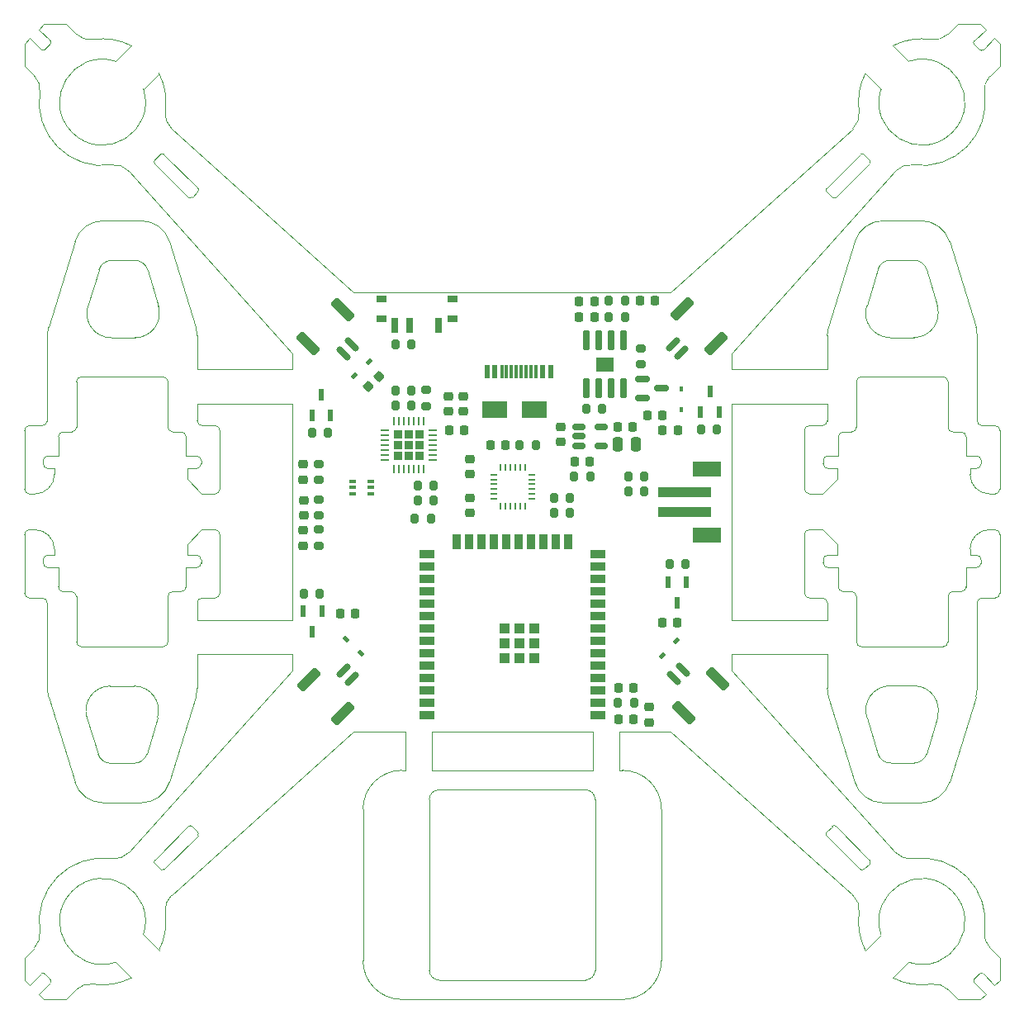
<source format=gtp>
G04 #@! TF.GenerationSoftware,KiCad,Pcbnew,8.99.0-1558-g48f6f837a1*
G04 #@! TF.CreationDate,2024-07-10T16:23:39+03:00*
G04 #@! TF.ProjectId,ESP32 drone,45535033-3220-4647-926f-6e652e6b6963,rev?*
G04 #@! TF.SameCoordinates,Original*
G04 #@! TF.FileFunction,Paste,Top*
G04 #@! TF.FilePolarity,Positive*
%FSLAX46Y46*%
G04 Gerber Fmt 4.6, Leading zero omitted, Abs format (unit mm)*
G04 Created by KiCad (PCBNEW 8.99.0-1558-g48f6f837a1) date 2024-07-10 16:23:39*
%MOMM*%
%LPD*%
G01*
G04 APERTURE LIST*
G04 Aperture macros list*
%AMRoundRect*
0 Rectangle with rounded corners*
0 $1 Rounding radius*
0 $2 $3 $4 $5 $6 $7 $8 $9 X,Y pos of 4 corners*
0 Add a 4 corners polygon primitive as box body*
4,1,4,$2,$3,$4,$5,$6,$7,$8,$9,$2,$3,0*
0 Add four circle primitives for the rounded corners*
1,1,$1+$1,$2,$3*
1,1,$1+$1,$4,$5*
1,1,$1+$1,$6,$7*
1,1,$1+$1,$8,$9*
0 Add four rect primitives between the rounded corners*
20,1,$1+$1,$2,$3,$4,$5,0*
20,1,$1+$1,$4,$5,$6,$7,0*
20,1,$1+$1,$6,$7,$8,$9,0*
20,1,$1+$1,$8,$9,$2,$3,0*%
%AMRotRect*
0 Rectangle, with rotation*
0 The origin of the aperture is its center*
0 $1 length*
0 $2 width*
0 $3 Rotation angle, in degrees counterclockwise*
0 Add horizontal line*
21,1,$1,$2,0,0,$3*%
G04 Aperture macros list end*
%ADD10C,0.010000*%
%ADD11RoundRect,0.200000X-0.275000X0.200000X-0.275000X-0.200000X0.275000X-0.200000X0.275000X0.200000X0*%
%ADD12R,0.600000X1.300000*%
%ADD13RoundRect,0.225000X0.250000X-0.225000X0.250000X0.225000X-0.250000X0.225000X-0.250000X-0.225000X0*%
%ADD14RoundRect,0.200000X0.200000X0.275000X-0.200000X0.275000X-0.200000X-0.275000X0.200000X-0.275000X0*%
%ADD15RoundRect,0.200000X-0.200000X-0.275000X0.200000X-0.275000X0.200000X0.275000X-0.200000X0.275000X0*%
%ADD16RoundRect,0.250000X-0.250000X-0.475000X0.250000X-0.475000X0.250000X0.475000X-0.250000X0.475000X0*%
%ADD17R,0.600000X1.450000*%
%ADD18R,0.300000X1.450000*%
%ADD19R,0.650000X0.400000*%
%ADD20R,0.790000X0.280000*%
%ADD21R,0.280000X0.790000*%
%ADD22RoundRect,0.218750X0.218750X0.256250X-0.218750X0.256250X-0.218750X-0.256250X0.218750X-0.256250X0*%
%ADD23RoundRect,0.225000X-0.225000X-0.250000X0.225000X-0.250000X0.225000X0.250000X-0.225000X0.250000X0*%
%ADD24RoundRect,0.218750X0.256250X-0.218750X0.256250X0.218750X-0.256250X0.218750X-0.256250X-0.218750X0*%
%ADD25RoundRect,0.218750X-0.218750X-0.256250X0.218750X-0.256250X0.218750X0.256250X-0.218750X0.256250X0*%
%ADD26RoundRect,0.225000X0.225000X0.225000X-0.225000X0.225000X-0.225000X-0.225000X0.225000X-0.225000X0*%
%ADD27RoundRect,0.062500X0.337500X0.062500X-0.337500X0.062500X-0.337500X-0.062500X0.337500X-0.062500X0*%
%ADD28RoundRect,0.062500X0.062500X0.337500X-0.062500X0.337500X-0.062500X-0.337500X0.062500X-0.337500X0*%
%ADD29R,1.500000X0.900000*%
%ADD30R,0.900000X1.500000*%
%ADD31R,1.050000X1.050000*%
%ADD32RoundRect,0.225000X0.225000X0.250000X-0.225000X0.250000X-0.225000X-0.250000X0.225000X-0.250000X0*%
%ADD33R,0.700000X1.500000*%
%ADD34R,1.000000X0.800000*%
%ADD35RotRect,0.600000X0.450000X45.000000*%
%ADD36RoundRect,0.200000X0.275000X-0.200000X0.275000X0.200000X-0.275000X0.200000X-0.275000X-0.200000X0*%
%ADD37RoundRect,0.225000X-0.017678X0.335876X-0.335876X0.017678X0.017678X-0.335876X0.335876X-0.017678X0*%
%ADD38RoundRect,0.150000X-0.388909X0.601041X-0.601041X0.388909X0.388909X-0.601041X0.601041X-0.388909X0*%
%ADD39RoundRect,0.250000X-0.601041X0.954594X-0.954594X0.601041X0.601041X-0.954594X0.954594X-0.601041X0*%
%ADD40RotRect,0.600000X0.450000X225.000000*%
%ADD41RoundRect,0.150000X0.388909X-0.601041X0.601041X-0.388909X-0.388909X0.601041X-0.601041X0.388909X0*%
%ADD42RoundRect,0.250000X0.601041X-0.954594X0.954594X-0.601041X-0.601041X0.954594X-0.954594X0.601041X0*%
%ADD43R,0.450000X0.600000*%
%ADD44R,5.500000X1.000000*%
%ADD45R,3.000000X1.600000*%
%ADD46RoundRect,0.150000X-0.512500X-0.150000X0.512500X-0.150000X0.512500X0.150000X-0.512500X0.150000X0*%
%ADD47R,2.500000X1.800000*%
%ADD48RoundRect,0.225000X-0.250000X0.225000X-0.250000X-0.225000X0.250000X-0.225000X0.250000X0.225000X0*%
%ADD49RoundRect,0.075000X0.225000X-0.910000X0.225000X0.910000X-0.225000X0.910000X-0.225000X-0.910000X0*%
%ADD50RoundRect,0.150000X0.601041X0.388909X0.388909X0.601041X-0.601041X-0.388909X-0.388909X-0.601041X0*%
%ADD51RoundRect,0.250000X0.954594X0.601041X0.601041X0.954594X-0.954594X-0.601041X-0.601041X-0.954594X0*%
%ADD52RoundRect,0.150000X-0.587500X-0.150000X0.587500X-0.150000X0.587500X0.150000X-0.587500X0.150000X0*%
%ADD53RoundRect,0.150000X-0.601041X-0.388909X-0.388909X-0.601041X0.601041X0.388909X0.388909X0.601041X0*%
%ADD54RoundRect,0.250000X-0.954594X-0.601041X-0.601041X-0.954594X0.954594X0.601041X0.601041X0.954594X0*%
%ADD55RotRect,0.600000X0.450000X135.000000*%
G04 #@! TA.AperFunction,Profile*
%ADD56C,0.025400*%
G04 #@! TD*
G04 APERTURE END LIST*
D10*
X141181670Y-72020270D02*
X139541670Y-72020270D01*
X139541670Y-70730270D01*
X141181670Y-70730270D01*
X141181670Y-72020270D01*
G36*
X141181670Y-72020270D02*
G01*
X139541670Y-72020270D01*
X139541670Y-70730270D01*
X141181670Y-70730270D01*
X141181670Y-72020270D01*
G37*
D11*
X111080550Y-85228930D03*
X111080550Y-86878930D03*
D12*
X111361260Y-96722220D03*
X109461260Y-96722220D03*
X110411260Y-98822220D03*
D13*
X124376180Y-76210460D03*
X124376180Y-74660460D03*
X144890490Y-108087460D03*
X144890490Y-106537460D03*
D14*
X140107170Y-75932030D03*
X138457170Y-75932030D03*
D15*
X135152630Y-85096350D03*
X136802630Y-85096350D03*
D13*
X126579630Y-86652400D03*
X126579630Y-85102400D03*
D11*
X111080550Y-88329000D03*
X111080550Y-89979000D03*
D14*
X120589810Y-75618340D03*
X118939810Y-75618340D03*
D16*
X141715450Y-79564230D03*
X143615450Y-79564230D03*
D14*
X143402820Y-106112310D03*
X141752820Y-106112310D03*
X133313940Y-79641700D03*
X131663940Y-79641700D03*
D17*
X134820730Y-72169070D03*
X134020730Y-72169070D03*
D18*
X132820730Y-72169070D03*
X131820730Y-72169070D03*
X131320730Y-72169070D03*
X130320730Y-72169070D03*
D17*
X129120730Y-72169070D03*
X128320730Y-72169070D03*
X128320730Y-72169070D03*
X129120730Y-72169070D03*
D18*
X129820730Y-72169070D03*
X130820730Y-72169070D03*
X132320730Y-72169070D03*
X133320730Y-72169070D03*
D17*
X134020730Y-72169070D03*
X134820730Y-72169070D03*
D14*
X122539260Y-87236300D03*
X120889260Y-87236300D03*
D19*
X114501890Y-83374470D03*
X114501890Y-84024470D03*
X114501890Y-84674470D03*
X116401890Y-84674470D03*
X116401890Y-84024470D03*
X116401890Y-83374470D03*
D20*
X132930940Y-85185420D03*
X132930940Y-84685420D03*
X132930940Y-84185420D03*
X132930940Y-83685420D03*
X132930940Y-83185420D03*
X132930940Y-82685420D03*
D21*
X132210940Y-81965420D03*
X131710940Y-81965420D03*
X131210940Y-81965420D03*
X130710940Y-81965420D03*
X130210940Y-81965420D03*
X129710940Y-81965420D03*
D20*
X128990940Y-82685420D03*
X128990940Y-83185420D03*
X128990940Y-83685420D03*
X128990940Y-84185420D03*
X128990940Y-84685420D03*
X128990940Y-85185420D03*
D21*
X129710940Y-85905420D03*
X130210940Y-85905420D03*
X130710940Y-85905420D03*
X131210940Y-85905420D03*
X131710940Y-85905420D03*
X132210940Y-85905420D03*
D22*
X139334660Y-66513710D03*
X137759660Y-66513710D03*
D23*
X141684710Y-77800200D03*
X143234710Y-77800200D03*
D24*
X109495590Y-83200340D03*
X109495590Y-81625340D03*
D25*
X143970910Y-64886840D03*
X145545910Y-64886840D03*
D26*
X121399160Y-80784560D03*
X121399160Y-79664560D03*
X121399160Y-78544560D03*
X120279160Y-80784560D03*
X120279160Y-79664560D03*
X120279160Y-78544560D03*
X119159160Y-80784560D03*
X119159160Y-79664560D03*
X119159160Y-78544560D03*
D27*
X122729160Y-81164560D03*
X122729160Y-80664560D03*
X122729160Y-80164560D03*
X122729160Y-79664560D03*
X122729160Y-79164560D03*
X122729160Y-78664560D03*
X122729160Y-78164560D03*
D28*
X121779160Y-77214560D03*
X121279160Y-77214560D03*
X120779160Y-77214560D03*
X120279160Y-77214560D03*
X119779160Y-77214560D03*
X119279160Y-77214560D03*
X118779160Y-77214560D03*
D27*
X117829160Y-78164560D03*
X117829160Y-78664560D03*
X117829160Y-79164560D03*
X117829160Y-79664560D03*
X117829160Y-80164560D03*
X117829160Y-80664560D03*
X117829160Y-81164560D03*
D28*
X118779160Y-82114560D03*
X119279160Y-82114560D03*
X119779160Y-82114560D03*
X120279160Y-82114560D03*
X120779160Y-82114560D03*
X121279160Y-82114560D03*
X121779160Y-82114560D03*
D29*
X139678110Y-107351450D03*
X139678110Y-106081450D03*
X139678110Y-104811450D03*
X139678110Y-103541450D03*
X139678110Y-102271450D03*
X139678110Y-101001450D03*
X139678110Y-99731450D03*
X139678110Y-98461450D03*
X139678110Y-97191450D03*
X139678110Y-95921450D03*
X139678110Y-94651450D03*
X139678110Y-93381450D03*
X139678110Y-92111450D03*
X139678110Y-90841450D03*
D30*
X136638110Y-89591450D03*
X135368110Y-89591450D03*
X134098110Y-89591450D03*
X132828110Y-89591450D03*
X131558110Y-89591450D03*
X130288110Y-89591450D03*
X129018110Y-89591450D03*
X127748110Y-89591450D03*
X126478110Y-89591450D03*
X125208110Y-89591450D03*
D29*
X122178110Y-90841450D03*
X122178110Y-92111450D03*
X122178110Y-93381450D03*
X122178110Y-94651450D03*
X122178110Y-95921450D03*
X122178110Y-97191450D03*
X122178110Y-98461450D03*
X122178110Y-99731450D03*
X122178110Y-101001450D03*
X122178110Y-102271450D03*
X122178110Y-103541450D03*
X122178110Y-104811450D03*
X122178110Y-106081450D03*
X122178110Y-107351450D03*
D31*
X133133110Y-101536450D03*
X133133110Y-100011450D03*
X133133110Y-98486450D03*
X131608110Y-101536450D03*
X131608110Y-100011450D03*
X131608110Y-98486450D03*
X130083110Y-101536450D03*
X130083110Y-100011450D03*
X130083110Y-98486450D03*
D32*
X146311920Y-76633070D03*
X144761920Y-76633070D03*
D33*
X123375000Y-67425000D03*
X120375000Y-67425000D03*
X118875000Y-67425000D03*
D34*
X117475000Y-66675000D03*
X117475000Y-64675000D03*
X124775000Y-64675000D03*
X124775000Y-66675000D03*
D35*
X146281628Y-101252802D03*
X147766552Y-99767878D03*
D36*
X122048270Y-75650860D03*
X122048270Y-74000860D03*
D14*
X112031280Y-78386940D03*
X110381280Y-78386940D03*
D37*
X117224178Y-72603992D03*
X116128162Y-73700008D03*
D15*
X142810730Y-84376260D03*
X144460730Y-84376260D03*
D11*
X111072930Y-81598000D03*
X111072930Y-83248000D03*
D15*
X135152630Y-86634320D03*
X136802630Y-86634320D03*
D13*
X125909070Y-76202840D03*
X125909070Y-74652840D03*
D14*
X142455400Y-66511170D03*
X140805400Y-66511170D03*
D32*
X138839240Y-81403190D03*
X137289240Y-81403190D03*
D15*
X147019510Y-91829890D03*
X148669510Y-91829890D03*
X109520220Y-94888050D03*
X111170220Y-94888050D03*
D23*
X124411440Y-78129130D03*
X125961440Y-78129130D03*
X146311320Y-78165960D03*
X147861320Y-78165960D03*
D12*
X148757680Y-93746610D03*
X146857680Y-93746610D03*
X147807680Y-95846610D03*
D38*
X114447349Y-69368736D03*
X113563466Y-70252619D03*
D39*
X113492755Y-65797847D03*
X109992577Y-69298025D03*
D12*
X110379470Y-76642940D03*
X112279470Y-76642940D03*
X111329470Y-74542940D03*
D14*
X144460730Y-82856070D03*
X142810730Y-82856070D03*
D15*
X118918220Y-74068940D03*
X120568220Y-74068940D03*
D40*
X116231182Y-71112868D03*
X114746258Y-72597792D03*
D23*
X141786610Y-107779820D03*
X143336610Y-107779820D03*
D41*
X147504121Y-103546844D03*
X148388004Y-102662961D03*
D42*
X148458715Y-107117733D03*
X151958893Y-103617555D03*
D43*
X148261070Y-73893970D03*
X148261070Y-75993970D03*
D15*
X137248130Y-82919570D03*
X138898130Y-82919570D03*
D23*
X146254170Y-97845880D03*
X147804170Y-97845880D03*
X141787580Y-104580690D03*
X143337580Y-104580690D03*
D13*
X126532640Y-82663330D03*
X126532640Y-81113330D03*
D15*
X121225810Y-83789520D03*
X122875810Y-83789520D03*
D12*
X150219370Y-76274640D03*
X152119370Y-76274640D03*
X151169370Y-74174640D03*
D36*
X144061180Y-71392550D03*
X144061180Y-69742550D03*
D44*
X148575000Y-84525000D03*
X148575000Y-86525000D03*
D45*
X150825000Y-82125000D03*
X150825000Y-88925000D03*
D24*
X109514640Y-86887470D03*
X109514640Y-85312470D03*
D14*
X142447780Y-64895730D03*
X140797780Y-64895730D03*
D46*
X137712870Y-77815400D03*
X137712870Y-78765400D03*
X137712870Y-79715400D03*
X139987870Y-79715400D03*
X139987870Y-77815400D03*
D14*
X120566950Y-69364860D03*
X118916950Y-69364860D03*
D47*
X133122420Y-76056490D03*
X129122420Y-76056490D03*
D32*
X130217210Y-79635350D03*
X128667210Y-79635350D03*
D14*
X151909280Y-78047850D03*
X150259280Y-78047850D03*
D48*
X135903970Y-77777040D03*
X135903970Y-79327040D03*
D22*
X139324180Y-64898270D03*
X137749180Y-64898270D03*
D49*
X138456670Y-73850270D03*
X139726670Y-73850270D03*
X140996670Y-73850270D03*
X142266670Y-73850270D03*
X142266670Y-68900270D03*
X140996670Y-68900270D03*
X139726670Y-68900270D03*
X138456670Y-68900270D03*
D50*
X148234334Y-70192929D03*
X147350451Y-69309046D03*
D51*
X151805223Y-69238335D03*
X148305045Y-65738157D03*
D24*
X109481620Y-89971030D03*
X109481620Y-88396030D03*
D52*
X144287000Y-72910660D03*
X144287000Y-74810660D03*
X146162000Y-73860660D03*
D53*
X113578706Y-102755671D03*
X114462589Y-103639554D03*
D54*
X110007817Y-103710265D03*
X113507995Y-107210443D03*
D32*
X114826080Y-96941640D03*
X113276080Y-96941640D03*
D15*
X121224540Y-85309710D03*
X122874540Y-85309710D03*
D55*
X115379012Y-101029282D03*
X113894088Y-99544358D03*
D56*
X89744997Y-112289635D02*
G75*
G02*
X88445021Y-111346061I-19997J1339735D01*
G01*
X95102180Y-72673720D02*
G75*
G02*
X95602080Y-73173590I20J-499880D01*
G01*
X81961740Y-88343230D02*
G75*
G02*
X83961670Y-90343230I-40J-1999970D01*
G01*
X83961740Y-82673700D02*
X83961740Y-82073750D01*
X108397550Y-97616520D02*
X98602300Y-97616520D01*
X177433230Y-94193360D02*
G75*
G02*
X176933360Y-94693230I-499830J-40D01*
G01*
X97461580Y-92243400D02*
X97461580Y-94193360D01*
X81437740Y-37968170D02*
X80897480Y-38508430D01*
X83961740Y-90943430D02*
X83961740Y-90343230D01*
X97461580Y-78823570D02*
X97461580Y-80773780D01*
X167531290Y-50441860D02*
G75*
G02*
X167549544Y-50794377I-168190J-185440D01*
G01*
X82470500Y-129480560D02*
G75*
G02*
X89824572Y-122074857I6427000J972060D01*
G01*
X163283400Y-82073750D02*
G75*
G02*
X162783250Y-81573620I0J500150D01*
G01*
X146197580Y-132508500D02*
G75*
G02*
X142197590Y-136508480I-3999980J0D01*
G01*
X82811620Y-91743280D02*
X82811620Y-91443300D01*
X98602300Y-104580940D02*
X98602300Y-101116380D01*
X164070152Y-54276373D02*
G75*
G02*
X163717410Y-54258021I-167152J186373D01*
G01*
X162733230Y-84673690D02*
X164233360Y-83173570D01*
X96102170Y-78323690D02*
G75*
G02*
X95602110Y-77823570I30J500090D01*
G01*
X98467930Y-67549010D02*
G75*
G02*
X98602064Y-68435980I-2865630J-886990D01*
G01*
X98665118Y-53335878D02*
G75*
G02*
X98646740Y-53688591I-186418J-167122D01*
G01*
X176602900Y-136508490D02*
X178897540Y-136508490D01*
X180397410Y-88343230D02*
G75*
G02*
X180897570Y-88843360I-10J-500170D01*
G01*
X100425760Y-77673710D02*
X99102170Y-77673710D01*
X95183460Y-123160540D02*
G75*
G02*
X94830706Y-123142199I-167160J186440D01*
G01*
X94263720Y-122575070D02*
X94830727Y-123142180D01*
X179833270Y-84673690D02*
G75*
G02*
X177833310Y-82673700I30J1999990D01*
G01*
X81397610Y-95343220D02*
G75*
G02*
X80897680Y-94843350I-10J499920D01*
G01*
X178264570Y-134794750D02*
G75*
G02*
X178273645Y-134433005I176830J176550D01*
G01*
X153397460Y-101116380D02*
X163192720Y-101116380D01*
X83311500Y-90943430D02*
X83961740Y-90943430D01*
X81397610Y-84673690D02*
X81961740Y-84673690D01*
X108397550Y-101116380D02*
X108397550Y-102768910D01*
X82720950Y-95343220D02*
G75*
G02*
X83220980Y-95843340I-50J-500080D01*
G01*
X99011740Y-91443300D02*
X99011740Y-91743280D01*
X166692840Y-100343210D02*
G75*
G02*
X166192890Y-99843340I-40J499910D01*
G01*
X84361530Y-92243400D02*
X83311500Y-92243400D01*
X139397490Y-133508500D02*
G75*
G02*
X138397490Y-134508490I-999990J0D01*
G01*
X88932770Y-116340890D02*
G75*
G02*
X86066922Y-114227850I30J2999990D01*
G01*
X123397520Y-134508490D02*
G75*
G02*
X122397510Y-133508500I-20J999990D01*
G01*
X172862240Y-56676040D02*
X168904420Y-56676040D01*
X160869130Y-88843360D02*
X160869130Y-94843350D01*
X178573940Y-77173580D02*
X178573940Y-68435980D01*
X98602300Y-75400410D02*
X108397550Y-75400410D01*
X171974260Y-122074430D02*
G75*
G02*
X170202729Y-121433197I-285260J1979630D01*
G01*
X100925890Y-94843350D02*
G75*
G02*
X100425760Y-95343390I-500090J50D01*
G01*
X141847570Y-109008420D02*
X147157950Y-109008420D01*
X95602300Y-95193360D02*
G75*
G02*
X96102170Y-94693500I499900J-40D01*
G01*
X174470000Y-65400000D02*
G75*
G02*
X172081948Y-68639217I-2388100J-739300D01*
G01*
X172081952Y-60719530D02*
G75*
G02*
X173381999Y-61663082I20048J-1339770D01*
G01*
X175573950Y-73173590D02*
X175573950Y-77823570D01*
X82357220Y-37048950D02*
X83530440Y-38222170D01*
X95602300Y-73173590D02*
X95602300Y-77823570D01*
X83355180Y-105467910D02*
G75*
G02*
X83221048Y-104580940I2865820J887010D01*
G01*
X139397490Y-116008400D02*
X139397490Y-133508500D01*
X173392929Y-111321817D02*
G75*
G02*
X172092933Y-112265400I-1280029J396217D01*
G01*
X95102180Y-100343210D02*
X86720940Y-100343210D01*
X178483260Y-80773780D02*
G75*
G02*
X178983220Y-81273650I40J-499920D01*
G01*
X86203290Y-37519610D02*
X85192110Y-36508440D01*
X86221070Y-99843340D02*
X86221070Y-95193360D01*
X100425760Y-77673710D02*
G75*
G02*
X100925690Y-78173580I40J-499890D01*
G01*
X179833270Y-84673690D02*
X180397410Y-84673690D01*
X86720940Y-72673720D02*
X95102180Y-72673720D01*
X166692840Y-72673720D02*
X175073820Y-72673720D01*
X85720940Y-94693230D02*
G75*
G02*
X86221070Y-95193360I-40J-500170D01*
G01*
X89780000Y-68659870D02*
G75*
G02*
X87391948Y-65420705I0J2499870D01*
G01*
X108397550Y-75400410D02*
X108397550Y-97616520D01*
X98602300Y-101116380D02*
X108397550Y-101116380D01*
X86221070Y-77823570D02*
X86221070Y-73173590D01*
X87925410Y-38081460D02*
G75*
G02*
X91858619Y-38722012I972090J-6426940D01*
G01*
X83221070Y-77173580D02*
G75*
G02*
X82720950Y-77673770I-500170J-20D01*
G01*
X167531290Y-50441860D02*
G75*
G02*
X166964112Y-49874679I5365910J5933060D01*
G01*
X89839997Y-60740235D02*
X92230004Y-60740235D01*
X180357020Y-135048750D02*
X180897530Y-134508490D01*
X89820750Y-50942490D02*
G75*
G02*
X91592293Y-51583711I285250J-1979710D01*
G01*
X84361530Y-80773780D02*
X84361530Y-78823570D01*
X177833280Y-90343230D02*
X177833280Y-90943430D01*
X153397460Y-75400410D02*
X163192720Y-75400410D01*
X99011740Y-81573620D02*
G75*
G02*
X98511620Y-82073740I-500140J20D01*
G01*
X108397550Y-102768910D02*
X91592150Y-121433080D01*
X97461580Y-94193360D02*
G75*
G02*
X96961710Y-94693280I-499880J-40D01*
G01*
X178573940Y-104580940D02*
X178573940Y-95843340D01*
X98511620Y-92243400D02*
X97461580Y-92243400D01*
X163192720Y-68435980D02*
G75*
G02*
X163326843Y-67549014I2999980J-20D01*
G01*
X95183510Y-123160585D02*
X98661496Y-119677256D01*
X163192720Y-97616520D02*
X153397460Y-97616520D01*
X82471520Y-129485900D02*
G75*
G02*
X81908689Y-131202719I-1977120J-302500D01*
G01*
X91592150Y-121433080D02*
G75*
G02*
X89820779Y-122074233I-1486150J1338380D01*
G01*
X141847570Y-113008410D02*
X141847570Y-109008420D01*
X122397520Y-116008400D02*
G75*
G02*
X123397520Y-115008420I999980J0D01*
G01*
X179183800Y-133875530D02*
X180357020Y-135048750D01*
X84361530Y-78823570D02*
G75*
G02*
X84861660Y-78323430I500170J-30D01*
G01*
X83530440Y-134795010D02*
X82357220Y-135968230D01*
X99061530Y-84673690D02*
X100425760Y-84673690D01*
X82811620Y-81273650D02*
G75*
G02*
X83311500Y-80773720I499880J50D01*
G01*
X168391949Y-61663098D02*
G75*
G02*
X169691944Y-60719580I1279951J-396202D01*
G01*
X85720940Y-94693230D02*
X84861660Y-94693230D01*
X94618052Y-65420705D02*
X93530000Y-61683803D01*
X164233360Y-89843360D02*
X162733230Y-88343230D01*
X164233360Y-82073750D02*
X163283400Y-82073750D01*
X98511620Y-82073750D02*
X97561660Y-82073750D01*
X82811620Y-81573620D02*
X82811620Y-81273650D01*
X98643256Y-119324741D02*
X98076249Y-118757631D01*
X179437800Y-135968230D02*
X178264570Y-134795010D01*
X82720950Y-77673710D02*
X81397610Y-77673710D01*
X168711880Y-43151300D02*
X167110160Y-41549570D01*
X80897480Y-78173580D02*
G75*
G02*
X81397610Y-77673480I500120J-20D01*
G01*
X163192720Y-75400410D02*
X163192720Y-77173580D01*
X162783270Y-91743280D02*
X162783270Y-91443300D01*
X180897530Y-134508490D02*
X180897530Y-132213860D01*
X169691945Y-60719530D02*
X172081952Y-60719530D01*
X166192710Y-99843340D02*
X166192710Y-95193360D01*
X122647460Y-109008420D02*
X122647460Y-113008410D01*
X165822130Y-125813820D02*
G75*
G02*
X166463325Y-127585197I-1338330J-1486180D01*
G01*
X164333430Y-80773780D02*
X164333430Y-78823570D01*
X176933360Y-78323690D02*
G75*
G02*
X177433310Y-78823570I40J-499910D01*
G01*
X179886360Y-131202680D02*
G75*
G02*
X179323542Y-129485906I1414240J1414280D01*
G01*
X94684850Y-41549570D02*
X93082880Y-43151300D01*
X170202860Y-121433080D02*
X153397460Y-102768910D01*
X178983390Y-81573620D02*
G75*
G02*
X178483260Y-82073690I-500090J20D01*
G01*
X80897480Y-88843360D02*
X80897480Y-94843350D01*
X166192710Y-77823570D02*
X166192710Y-73173590D01*
X97561660Y-83173570D02*
X99061530Y-84673690D01*
X119947440Y-109008420D02*
X119947440Y-113008410D01*
X171540430Y-132693920D02*
X169938450Y-134295900D01*
X94830900Y-49874680D02*
G75*
G02*
X94267926Y-50436653I-5925200J5372780D01*
G01*
X81961740Y-88343230D02*
X81397610Y-88343230D01*
X146197580Y-132508500D02*
X146197580Y-117008400D01*
X165692840Y-94693230D02*
X164833300Y-94693230D01*
X179437800Y-37048950D02*
X178897540Y-36508440D01*
X162692850Y-95343220D02*
G75*
G02*
X163192880Y-95843340I-50J-500080D01*
G01*
X167110162Y-131467609D02*
G75*
G02*
X166463985Y-127581411I5787338J2959109D01*
G01*
X87920070Y-38082470D02*
G75*
G02*
X86203265Y-37519635I-302470J1977170D01*
G01*
X161369250Y-84673690D02*
X162733230Y-84673690D01*
X98511620Y-90943430D02*
G75*
G02*
X99011470Y-91443300I-20J-499870D01*
G01*
X99102170Y-95343220D02*
X100425760Y-95343220D01*
X99011740Y-91743280D02*
G75*
G02*
X98511620Y-92243440I-500140J-20D01*
G01*
X85192110Y-36508440D02*
X82897480Y-36508440D01*
X165822130Y-47203110D02*
X147157950Y-64008510D01*
X87296948Y-107609165D02*
X88445001Y-111346067D01*
X177433230Y-92243400D02*
X177433230Y-94193360D01*
X142197590Y-113008410D02*
G75*
G02*
X146197590Y-117008400I10J-3999990D01*
G01*
X166038790Y-58789060D02*
G75*
G02*
X168904420Y-56676269I2865610J-886940D01*
G01*
X168904420Y-116340890D02*
X172862240Y-116340890D01*
X163192720Y-68435980D02*
X163192720Y-71900540D01*
X82897480Y-36508440D02*
X82357220Y-37048950D01*
X93082110Y-43148760D02*
G75*
G02*
X90249788Y-40321395I-4184650J-1359660D01*
G01*
X81908650Y-131202680D02*
X80897480Y-132213860D01*
X88540001Y-61683803D02*
G75*
G02*
X89839997Y-60740235I1279999J-396197D01*
G01*
X80897480Y-78173580D02*
X80897480Y-84173570D01*
X167549640Y-122222455D02*
X164066311Y-118744469D01*
X87391948Y-65420705D02*
X88540001Y-61683803D01*
X84361530Y-94193360D02*
X84361530Y-92243400D01*
X166192710Y-77823570D02*
G75*
G02*
X165692840Y-78323510I-499910J-30D01*
G01*
X163192720Y-101116380D02*
X163192720Y-104580940D01*
X175573950Y-95193360D02*
X175573950Y-99843340D01*
X123247410Y-64008510D02*
X138547610Y-64008510D01*
X153397460Y-71900540D02*
X153397460Y-70248020D01*
X88932770Y-116340890D02*
X92890340Y-116340890D01*
X167549330Y-122222510D02*
G75*
G02*
X167531050Y-122575055I-186230J-167090D01*
G01*
X171981630Y-122073420D02*
G75*
G02*
X179322745Y-129491742I915970J-6435080D01*
G01*
X83355180Y-105467910D02*
X86066890Y-114228120D01*
X95972890Y-125813820D02*
X114637060Y-109008420D01*
X83961740Y-82673700D02*
G75*
G02*
X81961740Y-84673740I-2000040J0D01*
G01*
X83311500Y-82073750D02*
G75*
G02*
X82811350Y-81573620I0J500150D01*
G01*
X94830900Y-49874680D02*
G75*
G02*
X95183388Y-49856470I185400J-168120D01*
G01*
X162783270Y-81273650D02*
G75*
G02*
X163283400Y-80773570I500130J-50D01*
G01*
X177833280Y-90343230D02*
G75*
G02*
X179833270Y-88343180I2000020J30D01*
G01*
X178573940Y-104580940D02*
G75*
G02*
X178439814Y-105467905I-3000040J40D01*
G01*
X92890340Y-56676040D02*
X88932770Y-56676040D01*
X84861660Y-94693230D02*
G75*
G02*
X84361870Y-94193360I40J499830D01*
G01*
X122647460Y-113008410D02*
X139147550Y-113008410D01*
X81397610Y-84673690D02*
G75*
G02*
X80897510Y-84173570I-10J500090D01*
G01*
X97561660Y-90943430D02*
X98511620Y-90943430D01*
X169702926Y-112265385D02*
X172092933Y-112265385D01*
X81397610Y-95343220D02*
X82720950Y-95343220D01*
X119597430Y-136508490D02*
X142197590Y-136508490D01*
X178983390Y-91443300D02*
X178983390Y-91743280D01*
X163283400Y-90943430D02*
X164233360Y-90943430D01*
X177433230Y-80773780D02*
X178483260Y-80773780D01*
X167243896Y-65400000D02*
X168391949Y-61663098D01*
X177833280Y-90943430D02*
X178483260Y-90943430D01*
X83221070Y-95843340D02*
X83221070Y-104580940D01*
X98602300Y-71900540D02*
X98602300Y-68435980D01*
X90254590Y-40323010D02*
X91856560Y-38721030D01*
X160869130Y-88843360D02*
G75*
G02*
X161369250Y-88343230I500170J-40D01*
G01*
X180897530Y-94843350D02*
G75*
G02*
X180397410Y-95343430I-500130J50D01*
G01*
X98643256Y-119324741D02*
G75*
G02*
X98661521Y-119677278I-168256J-185459D01*
G01*
X171537890Y-40323770D02*
G75*
G02*
X168710544Y-43156180I1359710J-4184630D01*
G01*
X82971140Y-39134800D02*
G75*
G02*
X83523847Y-38582097I5926260J-5373600D01*
G01*
X138397490Y-115008410D02*
G75*
G02*
X139397490Y-116008400I10J-999990D01*
G01*
X83526630Y-38218110D02*
G75*
G02*
X83521602Y-38584177I-173130J-180690D01*
G01*
X163151814Y-53692484D02*
X163718821Y-54259594D01*
X108397550Y-70248020D02*
X108397550Y-71900540D01*
X83311500Y-80773780D02*
X84361530Y-80773780D01*
X166964110Y-123142250D02*
G75*
G02*
X166611620Y-123160474I-185410J168150D01*
G01*
X178983390Y-91743280D02*
G75*
G02*
X178483260Y-92243390I-500090J-20D01*
G01*
X178983390Y-81273650D02*
X178983390Y-81573620D01*
X163713796Y-118762709D02*
G75*
G02*
X164066285Y-118744498I185404J-168191D01*
G01*
X80897480Y-40803070D02*
X81908650Y-41814240D01*
X83523840Y-134434830D02*
G75*
G02*
X82971137Y-133882134I5373660J5926430D01*
G01*
X178573940Y-95843340D02*
G75*
G02*
X179073810Y-95343440I499860J40D01*
G01*
X163151814Y-53692484D02*
G75*
G02*
X163133624Y-53340014I168186J185384D01*
G01*
X92135000Y-104370000D02*
X89685000Y-104370000D01*
X179886360Y-41814240D02*
X180897530Y-40803070D01*
X97561660Y-82073750D02*
X97561660Y-83173570D01*
X97461580Y-80773780D02*
X98511620Y-80773780D01*
X95756230Y-114227860D02*
G75*
G02*
X92890340Y-116340942I-2865930J886960D01*
G01*
X94245430Y-50794410D02*
G75*
G02*
X94263687Y-50441824I186470J167110D01*
G01*
X179073810Y-77673710D02*
G75*
G02*
X178573690Y-77173580I-10J500110D01*
G01*
X100925890Y-84173570D02*
G75*
G02*
X100425760Y-84673690I-500090J-30D01*
G01*
X83311500Y-92243400D02*
G75*
G02*
X82811400Y-91743280I0J500100D01*
G01*
X180897530Y-84173570D02*
G75*
G02*
X180397410Y-84673730I-500130J-30D01*
G01*
X170202860Y-51583840D02*
G75*
G02*
X171974231Y-50942689I1486140J-1338360D01*
G01*
X114637060Y-64008510D02*
X95972890Y-47203110D01*
X178264570Y-38222170D02*
X179437800Y-37048950D01*
X162783270Y-91443300D02*
G75*
G02*
X163283400Y-90943170I500130J0D01*
G01*
X83961740Y-82073750D02*
X83311500Y-82073750D01*
X178271155Y-38582107D02*
G75*
G02*
X178821809Y-39132547I-5373455J-5926193D01*
G01*
X176073820Y-78323690D02*
X176933360Y-78323690D01*
X169702926Y-112265385D02*
G75*
G02*
X168402889Y-111321830I-20026J1339785D01*
G01*
X122397520Y-133508500D02*
X122397520Y-116008400D01*
X97724918Y-118740852D02*
G75*
G02*
X98077690Y-118759177I167182J-186348D01*
G01*
X161369250Y-95343220D02*
X162692850Y-95343220D01*
X163283400Y-92243400D02*
G75*
G02*
X162783300Y-91743280I0J500100D01*
G01*
X98602300Y-97616520D02*
X98602300Y-95843340D01*
X98602300Y-77173580D02*
X98602300Y-75400410D01*
X95331540Y-127585220D02*
G75*
G02*
X95972790Y-125813708I1979660J285220D01*
G01*
X178273460Y-38584120D02*
G75*
G02*
X178264661Y-38222261I167940J185120D01*
G01*
X169938450Y-38721030D02*
X171540430Y-40323010D01*
X178483260Y-90943430D02*
G75*
G02*
X178983170Y-91443300I40J-499870D01*
G01*
X164333430Y-78823570D02*
G75*
G02*
X164833300Y-78323730I499870J-30D01*
G01*
X92135000Y-104370000D02*
G75*
G02*
X94523089Y-107609177I0J-2499900D01*
G01*
X163129907Y-119681047D02*
G75*
G02*
X163148263Y-119328309I186393J167147D01*
G01*
X175073820Y-100343210D02*
X166692840Y-100343210D01*
X177433230Y-78823570D02*
X177433230Y-80773780D01*
X180397410Y-77673710D02*
X179073810Y-77673710D01*
X115597440Y-117008400D02*
G75*
G02*
X119597430Y-113008440I3999960J0D01*
G01*
X153397460Y-97616520D02*
X153397460Y-75400410D01*
X178821850Y-133884420D02*
G75*
G02*
X179183741Y-133875589I185150J-167880D01*
G01*
X98602300Y-104580940D02*
G75*
G02*
X98468150Y-105467977I-3000000J40D01*
G01*
X86221070Y-73173590D02*
G75*
G02*
X86720940Y-72673770I499830J-10D01*
G01*
X164833300Y-94693230D02*
G75*
G02*
X164333470Y-94193360I0J499830D01*
G01*
X82611220Y-133875530D02*
G75*
G02*
X82972888Y-133884675I176480J-176770D01*
G01*
X147157950Y-109008420D02*
X165822130Y-125813820D01*
X161369250Y-84673690D02*
G75*
G02*
X160869210Y-84173570I50J500090D01*
G01*
X98081229Y-54254216D02*
G75*
G02*
X97728718Y-54272451I-185429J168216D01*
G01*
X86066890Y-58789060D02*
G75*
G02*
X88932770Y-56676194I2865910J-887240D01*
G01*
X100425760Y-88343230D02*
X99061530Y-88343230D01*
X164233360Y-83173570D02*
X164233360Y-82073750D01*
X167254877Y-107584915D02*
X168402930Y-111321817D01*
X92230000Y-68659870D02*
X89780000Y-68659870D01*
X93082880Y-129865630D02*
X94684850Y-131467610D01*
X175573950Y-95193360D02*
G75*
G02*
X176073820Y-94693550I499850J-40D01*
G01*
X165692840Y-94693230D02*
G75*
G02*
X166192970Y-95193360I-40J-500170D01*
G01*
X163192720Y-77173580D02*
G75*
G02*
X162692850Y-77673520I-499920J-20D01*
G01*
X86203290Y-135497320D02*
G75*
G02*
X87920065Y-134934487I1414310J-1414280D01*
G01*
X166611560Y-49856640D02*
X163133574Y-53339969D01*
X91856560Y-134295900D02*
X90254590Y-132693920D01*
X94618052Y-65420705D02*
G75*
G02*
X92230000Y-68659870I-2388052J-739295D01*
G01*
X97724918Y-118740852D02*
X94245480Y-122222555D01*
X179324510Y-43536620D02*
G75*
G02*
X171970446Y-50942014I-6427010J-971780D01*
G01*
X95331540Y-127585220D02*
G75*
G02*
X94683787Y-131469614I-6434040J-923280D01*
G01*
X99061530Y-88343230D02*
X97561660Y-89843360D01*
X94263720Y-122575070D02*
G75*
G02*
X94245440Y-122222519I168180J185470D01*
G01*
X82897480Y-136508490D02*
X85192110Y-136508490D01*
X139147550Y-109008420D02*
X122647460Y-109008420D01*
X172092929Y-104345750D02*
X169642929Y-104345750D01*
X161369250Y-95343220D02*
G75*
G02*
X160869480Y-94843350I50J499820D01*
G01*
X119597430Y-136508490D02*
G75*
G02*
X115597410Y-132508500I-30J3999990D01*
G01*
X180397410Y-77673710D02*
G75*
G02*
X180897290Y-78173580I-10J-499890D01*
G01*
X89744997Y-112289635D02*
X92135004Y-112289635D01*
X108397550Y-71900540D02*
X98602300Y-71900540D01*
X80897480Y-134508490D02*
X81437740Y-135048750D01*
X175573950Y-99843340D02*
G75*
G02*
X175073820Y-100343450I-500150J40D01*
G01*
X94683840Y-41547540D02*
G75*
G02*
X95330921Y-45435504I-5786340J-2960860D01*
G01*
X86221070Y-77823570D02*
G75*
G02*
X85720940Y-78323770I-500170J-30D01*
G01*
X98081229Y-54254216D02*
X98648339Y-53687209D01*
X98511620Y-80773780D02*
G75*
G02*
X99011420Y-81273650I-20J-499820D01*
G01*
X172862240Y-56676040D02*
G75*
G02*
X175728236Y-58788946I-40J-3000260D01*
G01*
X175591730Y-135497320D02*
X176602900Y-136508490D01*
X163713796Y-118762709D02*
X163146686Y-119329716D01*
X95756230Y-114228120D02*
X98467930Y-105467910D01*
X153397460Y-102768910D02*
X153397460Y-101116380D01*
X179323500Y-43531030D02*
G75*
G02*
X179886317Y-41814197I1977100J302530D01*
G01*
X163283400Y-80773780D02*
X164333430Y-80773780D01*
X98602300Y-95843340D02*
G75*
G02*
X99102170Y-95343400I499900J40D01*
G01*
X82357220Y-135968230D02*
X82897480Y-136508490D01*
X166192710Y-73173590D02*
G75*
G02*
X166692840Y-72673510I500090J-10D01*
G01*
X163326830Y-105467910D02*
G75*
G02*
X163192700Y-104580940I2865870J887010D01*
G01*
X175727870Y-114228120D02*
X178439830Y-105467910D01*
X99011740Y-81273650D02*
X99011740Y-81573620D01*
X163192720Y-71900540D02*
X153397460Y-71900540D01*
X81437740Y-135048750D02*
X82610960Y-133875530D01*
X162692850Y-77673710D02*
X161369250Y-77673710D01*
X180897530Y-132213860D02*
X179886360Y-131202680D01*
X178483260Y-82073750D02*
X177833280Y-82073750D01*
X180897530Y-84173570D02*
X180897530Y-78173580D01*
X86720940Y-100343210D02*
G75*
G02*
X86220990Y-99843340I-40J499910D01*
G01*
X96961710Y-94693230D02*
X96102170Y-94693230D01*
X173874940Y-134934450D02*
G75*
G02*
X175591806Y-135497244I302560J-1977150D01*
G01*
X83521550Y-134432800D02*
G75*
G02*
X83530638Y-134794948I-167850J-185400D01*
G01*
X180897530Y-94843350D02*
X180897530Y-88843360D01*
X177833280Y-82073750D02*
X177833280Y-82673700D01*
X81908650Y-41814240D02*
G75*
G02*
X82471447Y-43531019I-1414250J-1414260D01*
G01*
X97561660Y-89843360D02*
X97561660Y-90943430D01*
X175727870Y-114227860D02*
G75*
G02*
X172862240Y-116340694I-2865670J886960D01*
G01*
X172092929Y-104345750D02*
G75*
G02*
X174480930Y-107584899I-29J-2499850D01*
G01*
X175591730Y-37519610D02*
G75*
G02*
X173874943Y-38082450I-1414330J1414310D01*
G01*
X142197590Y-113008410D02*
X141847570Y-113008410D01*
X90257130Y-132693160D02*
G75*
G02*
X93084497Y-129860831I-1359670J4184660D01*
G01*
X147157950Y-64008510D02*
X138547610Y-64008510D01*
X163129907Y-119681047D02*
X166611610Y-123160485D01*
X82610960Y-39141400D02*
X81437740Y-37968170D01*
X178439830Y-67549010D02*
G75*
G02*
X178573955Y-68435980I-2865830J-886990D01*
G01*
X115597440Y-117008400D02*
X115597440Y-132508500D01*
X139147550Y-113008410D02*
X139147550Y-109008420D01*
X92890340Y-56676040D02*
G75*
G02*
X95756248Y-58789054I60J-2999960D01*
G01*
X94523052Y-107609165D02*
X93435000Y-111346067D01*
X87296948Y-107609165D02*
G75*
G02*
X89685000Y-104370039I2388052J739265D01*
G01*
X173869350Y-134935470D02*
G75*
G02*
X169936412Y-134294897I-971850J6426970D01*
G01*
X153397460Y-70248020D02*
X170202860Y-51583840D01*
X83221070Y-68435980D02*
G75*
G02*
X83355191Y-67549013I3000030J-20D01*
G01*
X123397520Y-115008410D02*
X138397490Y-115008410D01*
X93435000Y-111346067D02*
G75*
G02*
X92135004Y-112289657I-1280000J396167D01*
G01*
X164833300Y-78323690D02*
X165692840Y-78323690D01*
X180897530Y-38508430D02*
X180357020Y-37968170D01*
X95972890Y-47203110D02*
G75*
G02*
X95331662Y-45431728I1338310J1486210D01*
G01*
X179073810Y-95343220D02*
X180397410Y-95343220D01*
X169946580Y-38716970D02*
G75*
G02*
X173880769Y-38083311I2950920J-5791430D01*
G01*
X178483260Y-92243400D02*
X177433230Y-92243400D01*
X92230004Y-60740235D02*
G75*
G02*
X93529999Y-61683803I19996J-1339765D01*
G01*
X166038790Y-58789060D02*
X163326830Y-67549010D01*
X86066890Y-58789060D02*
X83355180Y-67549010D01*
X163192720Y-95843340D02*
X163192720Y-97616520D01*
X96961710Y-78323690D02*
G75*
G02*
X97461610Y-78823570I-10J-499910D01*
G01*
X174470000Y-65400000D02*
X173381948Y-61663098D01*
X99102170Y-77673710D02*
G75*
G02*
X98602090Y-77173580I30J500110D01*
G01*
X84861660Y-78323690D02*
X85720940Y-78323690D01*
X100425760Y-88343230D02*
G75*
G02*
X100925970Y-88843360I40J-500170D01*
G01*
X95602300Y-99843340D02*
G75*
G02*
X95102180Y-100343400I-500100J40D01*
G01*
X100925890Y-84173570D02*
X100925890Y-78173580D01*
X85192110Y-136508490D02*
X86203290Y-135497320D01*
X175073820Y-72673720D02*
G75*
G02*
X175573680Y-73173590I-20J-499880D01*
G01*
X123247410Y-64008510D02*
X114637060Y-64008510D01*
X95602300Y-95193360D02*
X95602300Y-99843340D01*
X162783270Y-81573620D02*
X162783270Y-81273650D01*
X179183800Y-39141400D02*
G75*
G02*
X178821787Y-39132567I-176800J176800D01*
G01*
X119947440Y-113008410D02*
X119597430Y-113008410D01*
X164333430Y-92243400D02*
X163283400Y-92243400D01*
X168712900Y-129868170D02*
G75*
G02*
X171545005Y-132695424I4184600J1359670D01*
G01*
X174480981Y-107584915D02*
X173392929Y-111321817D01*
X166611560Y-49856640D02*
G75*
G02*
X166964036Y-49874747I167140J-186160D01*
G01*
X100925890Y-94843350D02*
X100925890Y-88843360D01*
X80897480Y-132213860D02*
X80897480Y-134508490D01*
X80897480Y-38508430D02*
X80897480Y-40803070D01*
X176602900Y-36508440D02*
X175591730Y-37519610D01*
X172081948Y-68639165D02*
X169631948Y-68639165D01*
X164233360Y-90943430D02*
X164233360Y-89843360D01*
X164333430Y-94193360D02*
X164333430Y-92243400D01*
X80897480Y-88843360D02*
G75*
G02*
X81397610Y-88343280I500120J-40D01*
G01*
X98467930Y-67549010D02*
X95756230Y-58789060D01*
X169631948Y-68639165D02*
G75*
G02*
X167243858Y-65399988I-48J2499865D01*
G01*
X180897530Y-40803070D02*
X180897530Y-38508430D01*
X138397490Y-134508490D02*
X123397520Y-134508490D01*
X114637060Y-109008420D02*
X119947440Y-109008420D01*
X164070152Y-54276373D02*
X167549590Y-50794670D01*
X178897540Y-136508490D02*
X179437800Y-135968230D01*
X96102170Y-78323690D02*
X96961710Y-78323690D01*
X160869130Y-78173580D02*
G75*
G02*
X161369250Y-77673430I500170J-20D01*
G01*
X163326830Y-105467910D02*
X166038790Y-114228120D01*
X176933360Y-94693230D02*
X176073820Y-94693230D01*
X91592150Y-51583840D02*
X108397550Y-70248020D01*
X180397410Y-88343230D02*
X179833270Y-88343230D01*
X83221070Y-68435980D02*
X83221070Y-77173580D01*
X162733230Y-88343230D02*
X161369250Y-88343230D01*
X89813390Y-50943760D02*
G75*
G02*
X82472085Y-43525160I-915890J6435360D01*
G01*
X91848440Y-134299960D02*
G75*
G02*
X87914240Y-134933627I-2950940J5791460D01*
G01*
X160869130Y-78173580D02*
X160869130Y-84173570D01*
X98665118Y-53335878D02*
X95183415Y-49856440D01*
X166463980Y-45435520D02*
G75*
G02*
X167111075Y-41547486I6433520J927120D01*
G01*
X167110161Y-131467610D02*
X168711880Y-129865630D01*
X176073820Y-78323690D02*
G75*
G02*
X175573710Y-77823570I-20J500090D01*
G01*
X94245385Y-50794470D02*
X97728714Y-54272456D01*
X167254877Y-107584915D02*
G75*
G02*
X169642929Y-104345752I2388023J739315D01*
G01*
X178897540Y-36508440D02*
X176602900Y-36508440D01*
X180357020Y-37968170D02*
X179183800Y-39141400D01*
X166463979Y-45435520D02*
G75*
G02*
X165822245Y-47203239I-1980179J-281480D01*
G01*
X82811620Y-91443300D02*
G75*
G02*
X83311500Y-90943420I499880J0D01*
G01*
X167531095Y-122575105D02*
X166964110Y-123142250D01*
X82973170Y-39132510D02*
G75*
G02*
X82611054Y-39141566I-185370J167910D01*
G01*
X178439830Y-67549010D02*
X175727870Y-58789060D01*
X178823880Y-133882130D02*
G75*
G02*
X178271172Y-134434832I-5926280J5373630D01*
G01*
X168904420Y-116340890D02*
G75*
G02*
X166038548Y-114227935I-20J2999990D01*
G01*
M02*

</source>
